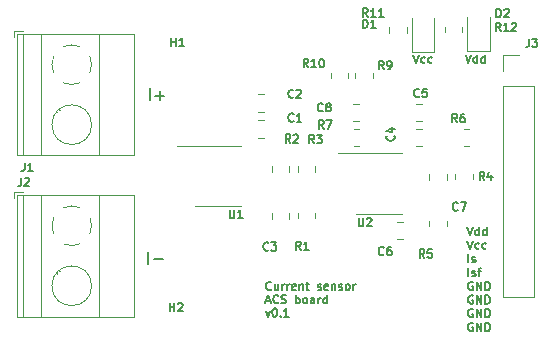
<source format=gto>
G04 #@! TF.GenerationSoftware,KiCad,Pcbnew,(6.0.6)*
G04 #@! TF.CreationDate,2023-11-23T12:30:35+01:00*
G04 #@! TF.ProjectId,current-sensor-acs712,63757272-656e-4742-9d73-656e736f722d,rev?*
G04 #@! TF.SameCoordinates,Original*
G04 #@! TF.FileFunction,Legend,Top*
G04 #@! TF.FilePolarity,Positive*
%FSLAX46Y46*%
G04 Gerber Fmt 4.6, Leading zero omitted, Abs format (unit mm)*
G04 Created by KiCad (PCBNEW (6.0.6)) date 2023-11-23 12:30:35*
%MOMM*%
%LPD*%
G01*
G04 APERTURE LIST*
%ADD10C,0.150000*%
%ADD11C,0.120000*%
%ADD12R,2.600000X2.600000*%
%ADD13C,2.600000*%
%ADD14R,1.700000X1.700000*%
%ADD15O,1.700000X1.700000*%
%ADD16C,3.200000*%
G04 APERTURE END LIST*
D10*
X94084166Y-65763000D02*
X94050833Y-65796333D01*
X93950833Y-65829666D01*
X93884166Y-65829666D01*
X93784166Y-65796333D01*
X93717500Y-65729666D01*
X93684166Y-65663000D01*
X93650833Y-65529666D01*
X93650833Y-65429666D01*
X93684166Y-65296333D01*
X93717500Y-65229666D01*
X93784166Y-65163000D01*
X93884166Y-65129666D01*
X93950833Y-65129666D01*
X94050833Y-65163000D01*
X94084166Y-65196333D01*
X94684166Y-65363000D02*
X94684166Y-65829666D01*
X94384166Y-65363000D02*
X94384166Y-65729666D01*
X94417500Y-65796333D01*
X94484166Y-65829666D01*
X94584166Y-65829666D01*
X94650833Y-65796333D01*
X94684166Y-65763000D01*
X95017500Y-65829666D02*
X95017500Y-65363000D01*
X95017500Y-65496333D02*
X95050833Y-65429666D01*
X95084166Y-65396333D01*
X95150833Y-65363000D01*
X95217500Y-65363000D01*
X95450833Y-65829666D02*
X95450833Y-65363000D01*
X95450833Y-65496333D02*
X95484166Y-65429666D01*
X95517500Y-65396333D01*
X95584166Y-65363000D01*
X95650833Y-65363000D01*
X96150833Y-65796333D02*
X96084166Y-65829666D01*
X95950833Y-65829666D01*
X95884166Y-65796333D01*
X95850833Y-65729666D01*
X95850833Y-65463000D01*
X95884166Y-65396333D01*
X95950833Y-65363000D01*
X96084166Y-65363000D01*
X96150833Y-65396333D01*
X96184166Y-65463000D01*
X96184166Y-65529666D01*
X95850833Y-65596333D01*
X96484166Y-65363000D02*
X96484166Y-65829666D01*
X96484166Y-65429666D02*
X96517500Y-65396333D01*
X96584166Y-65363000D01*
X96684166Y-65363000D01*
X96750833Y-65396333D01*
X96784166Y-65463000D01*
X96784166Y-65829666D01*
X97017500Y-65363000D02*
X97284166Y-65363000D01*
X97117500Y-65129666D02*
X97117500Y-65729666D01*
X97150833Y-65796333D01*
X97217500Y-65829666D01*
X97284166Y-65829666D01*
X98017500Y-65796333D02*
X98084166Y-65829666D01*
X98217500Y-65829666D01*
X98284166Y-65796333D01*
X98317500Y-65729666D01*
X98317500Y-65696333D01*
X98284166Y-65629666D01*
X98217500Y-65596333D01*
X98117500Y-65596333D01*
X98050833Y-65563000D01*
X98017500Y-65496333D01*
X98017500Y-65463000D01*
X98050833Y-65396333D01*
X98117500Y-65363000D01*
X98217500Y-65363000D01*
X98284166Y-65396333D01*
X98884166Y-65796333D02*
X98817500Y-65829666D01*
X98684166Y-65829666D01*
X98617500Y-65796333D01*
X98584166Y-65729666D01*
X98584166Y-65463000D01*
X98617500Y-65396333D01*
X98684166Y-65363000D01*
X98817500Y-65363000D01*
X98884166Y-65396333D01*
X98917500Y-65463000D01*
X98917500Y-65529666D01*
X98584166Y-65596333D01*
X99217500Y-65363000D02*
X99217500Y-65829666D01*
X99217500Y-65429666D02*
X99250833Y-65396333D01*
X99317500Y-65363000D01*
X99417500Y-65363000D01*
X99484166Y-65396333D01*
X99517500Y-65463000D01*
X99517500Y-65829666D01*
X99817500Y-65796333D02*
X99884166Y-65829666D01*
X100017500Y-65829666D01*
X100084166Y-65796333D01*
X100117500Y-65729666D01*
X100117500Y-65696333D01*
X100084166Y-65629666D01*
X100017500Y-65596333D01*
X99917500Y-65596333D01*
X99850833Y-65563000D01*
X99817500Y-65496333D01*
X99817500Y-65463000D01*
X99850833Y-65396333D01*
X99917500Y-65363000D01*
X100017500Y-65363000D01*
X100084166Y-65396333D01*
X100517500Y-65829666D02*
X100450833Y-65796333D01*
X100417500Y-65763000D01*
X100384166Y-65696333D01*
X100384166Y-65496333D01*
X100417500Y-65429666D01*
X100450833Y-65396333D01*
X100517500Y-65363000D01*
X100617500Y-65363000D01*
X100684166Y-65396333D01*
X100717500Y-65429666D01*
X100750833Y-65496333D01*
X100750833Y-65696333D01*
X100717500Y-65763000D01*
X100684166Y-65796333D01*
X100617500Y-65829666D01*
X100517500Y-65829666D01*
X101050833Y-65829666D02*
X101050833Y-65363000D01*
X101050833Y-65496333D02*
X101084166Y-65429666D01*
X101117500Y-65396333D01*
X101184166Y-65363000D01*
X101250833Y-65363000D01*
X93650833Y-66756666D02*
X93984166Y-66756666D01*
X93584166Y-66956666D02*
X93817500Y-66256666D01*
X94050833Y-66956666D01*
X94684166Y-66890000D02*
X94650833Y-66923333D01*
X94550833Y-66956666D01*
X94484166Y-66956666D01*
X94384166Y-66923333D01*
X94317500Y-66856666D01*
X94284166Y-66790000D01*
X94250833Y-66656666D01*
X94250833Y-66556666D01*
X94284166Y-66423333D01*
X94317500Y-66356666D01*
X94384166Y-66290000D01*
X94484166Y-66256666D01*
X94550833Y-66256666D01*
X94650833Y-66290000D01*
X94684166Y-66323333D01*
X94950833Y-66923333D02*
X95050833Y-66956666D01*
X95217500Y-66956666D01*
X95284166Y-66923333D01*
X95317500Y-66890000D01*
X95350833Y-66823333D01*
X95350833Y-66756666D01*
X95317500Y-66690000D01*
X95284166Y-66656666D01*
X95217500Y-66623333D01*
X95084166Y-66590000D01*
X95017500Y-66556666D01*
X94984166Y-66523333D01*
X94950833Y-66456666D01*
X94950833Y-66390000D01*
X94984166Y-66323333D01*
X95017500Y-66290000D01*
X95084166Y-66256666D01*
X95250833Y-66256666D01*
X95350833Y-66290000D01*
X96184166Y-66956666D02*
X96184166Y-66256666D01*
X96184166Y-66523333D02*
X96250833Y-66490000D01*
X96384166Y-66490000D01*
X96450833Y-66523333D01*
X96484166Y-66556666D01*
X96517500Y-66623333D01*
X96517500Y-66823333D01*
X96484166Y-66890000D01*
X96450833Y-66923333D01*
X96384166Y-66956666D01*
X96250833Y-66956666D01*
X96184166Y-66923333D01*
X96917500Y-66956666D02*
X96850833Y-66923333D01*
X96817500Y-66890000D01*
X96784166Y-66823333D01*
X96784166Y-66623333D01*
X96817500Y-66556666D01*
X96850833Y-66523333D01*
X96917500Y-66490000D01*
X97017500Y-66490000D01*
X97084166Y-66523333D01*
X97117500Y-66556666D01*
X97150833Y-66623333D01*
X97150833Y-66823333D01*
X97117500Y-66890000D01*
X97084166Y-66923333D01*
X97017500Y-66956666D01*
X96917500Y-66956666D01*
X97750833Y-66956666D02*
X97750833Y-66590000D01*
X97717500Y-66523333D01*
X97650833Y-66490000D01*
X97517500Y-66490000D01*
X97450833Y-66523333D01*
X97750833Y-66923333D02*
X97684166Y-66956666D01*
X97517500Y-66956666D01*
X97450833Y-66923333D01*
X97417500Y-66856666D01*
X97417500Y-66790000D01*
X97450833Y-66723333D01*
X97517500Y-66690000D01*
X97684166Y-66690000D01*
X97750833Y-66656666D01*
X98084166Y-66956666D02*
X98084166Y-66490000D01*
X98084166Y-66623333D02*
X98117500Y-66556666D01*
X98150833Y-66523333D01*
X98217500Y-66490000D01*
X98284166Y-66490000D01*
X98817500Y-66956666D02*
X98817500Y-66256666D01*
X98817500Y-66923333D02*
X98750833Y-66956666D01*
X98617500Y-66956666D01*
X98550833Y-66923333D01*
X98517500Y-66890000D01*
X98484166Y-66823333D01*
X98484166Y-66623333D01*
X98517500Y-66556666D01*
X98550833Y-66523333D01*
X98617500Y-66490000D01*
X98750833Y-66490000D01*
X98817500Y-66523333D01*
X93617500Y-67617000D02*
X93784166Y-68083666D01*
X93950833Y-67617000D01*
X94350833Y-67383666D02*
X94417500Y-67383666D01*
X94484166Y-67417000D01*
X94517500Y-67450333D01*
X94550833Y-67517000D01*
X94584166Y-67650333D01*
X94584166Y-67817000D01*
X94550833Y-67950333D01*
X94517500Y-68017000D01*
X94484166Y-68050333D01*
X94417500Y-68083666D01*
X94350833Y-68083666D01*
X94284166Y-68050333D01*
X94250833Y-68017000D01*
X94217500Y-67950333D01*
X94184166Y-67817000D01*
X94184166Y-67650333D01*
X94217500Y-67517000D01*
X94250833Y-67450333D01*
X94284166Y-67417000D01*
X94350833Y-67383666D01*
X94884166Y-68017000D02*
X94917500Y-68050333D01*
X94884166Y-68083666D01*
X94850833Y-68050333D01*
X94884166Y-68017000D01*
X94884166Y-68083666D01*
X95584166Y-68083666D02*
X95184166Y-68083666D01*
X95384166Y-68083666D02*
X95384166Y-67383666D01*
X95317500Y-67483666D01*
X95250833Y-67550333D01*
X95184166Y-67583666D01*
X106106666Y-45906666D02*
X106340000Y-46606666D01*
X106573333Y-45906666D01*
X107106666Y-46573333D02*
X107040000Y-46606666D01*
X106906666Y-46606666D01*
X106840000Y-46573333D01*
X106806666Y-46540000D01*
X106773333Y-46473333D01*
X106773333Y-46273333D01*
X106806666Y-46206666D01*
X106840000Y-46173333D01*
X106906666Y-46140000D01*
X107040000Y-46140000D01*
X107106666Y-46173333D01*
X107706666Y-46573333D02*
X107640000Y-46606666D01*
X107506666Y-46606666D01*
X107440000Y-46573333D01*
X107406666Y-46540000D01*
X107373333Y-46473333D01*
X107373333Y-46273333D01*
X107406666Y-46206666D01*
X107440000Y-46173333D01*
X107506666Y-46140000D01*
X107640000Y-46140000D01*
X107706666Y-46173333D01*
X110543333Y-45896666D02*
X110776666Y-46596666D01*
X111010000Y-45896666D01*
X111543333Y-46596666D02*
X111543333Y-45896666D01*
X111543333Y-46563333D02*
X111476666Y-46596666D01*
X111343333Y-46596666D01*
X111276666Y-46563333D01*
X111243333Y-46530000D01*
X111210000Y-46463333D01*
X111210000Y-46263333D01*
X111243333Y-46196666D01*
X111276666Y-46163333D01*
X111343333Y-46130000D01*
X111476666Y-46130000D01*
X111543333Y-46163333D01*
X112176666Y-46596666D02*
X112176666Y-45896666D01*
X112176666Y-46563333D02*
X112110000Y-46596666D01*
X111976666Y-46596666D01*
X111910000Y-46563333D01*
X111876666Y-46530000D01*
X111843333Y-46463333D01*
X111843333Y-46263333D01*
X111876666Y-46196666D01*
X111910000Y-46163333D01*
X111976666Y-46130000D01*
X112110000Y-46130000D01*
X112176666Y-46163333D01*
X83670952Y-63602380D02*
X83670952Y-62602380D01*
X84147142Y-63221428D02*
X84909047Y-63221428D01*
X83790952Y-49772380D02*
X83790952Y-48772380D01*
X84267142Y-49391428D02*
X85029047Y-49391428D01*
X84648095Y-49772380D02*
X84648095Y-49010476D01*
X111159999Y-68640000D02*
X111093333Y-68606666D01*
X110993333Y-68606666D01*
X110893333Y-68640000D01*
X110826666Y-68706666D01*
X110793333Y-68773333D01*
X110759999Y-68906666D01*
X110759999Y-69006666D01*
X110793333Y-69140000D01*
X110826666Y-69206666D01*
X110893333Y-69273333D01*
X110993333Y-69306666D01*
X111059999Y-69306666D01*
X111159999Y-69273333D01*
X111193333Y-69240000D01*
X111193333Y-69006666D01*
X111059999Y-69006666D01*
X111493333Y-69306666D02*
X111493333Y-68606666D01*
X111893333Y-69306666D01*
X111893333Y-68606666D01*
X112226666Y-69306666D02*
X112226666Y-68606666D01*
X112393333Y-68606666D01*
X112493333Y-68640000D01*
X112559999Y-68706666D01*
X112593333Y-68773333D01*
X112626666Y-68906666D01*
X112626666Y-69006666D01*
X112593333Y-69140000D01*
X112559999Y-69206666D01*
X112493333Y-69273333D01*
X112393333Y-69306666D01*
X112226666Y-69306666D01*
X111159999Y-67480000D02*
X111093333Y-67446666D01*
X110993333Y-67446666D01*
X110893333Y-67480000D01*
X110826666Y-67546666D01*
X110793333Y-67613333D01*
X110759999Y-67746666D01*
X110759999Y-67846666D01*
X110793333Y-67980000D01*
X110826666Y-68046666D01*
X110893333Y-68113333D01*
X110993333Y-68146666D01*
X111059999Y-68146666D01*
X111159999Y-68113333D01*
X111193333Y-68080000D01*
X111193333Y-67846666D01*
X111059999Y-67846666D01*
X111493333Y-68146666D02*
X111493333Y-67446666D01*
X111893333Y-68146666D01*
X111893333Y-67446666D01*
X112226666Y-68146666D02*
X112226666Y-67446666D01*
X112393333Y-67446666D01*
X112493333Y-67480000D01*
X112559999Y-67546666D01*
X112593333Y-67613333D01*
X112626666Y-67746666D01*
X112626666Y-67846666D01*
X112593333Y-67980000D01*
X112559999Y-68046666D01*
X112493333Y-68113333D01*
X112393333Y-68146666D01*
X112226666Y-68146666D01*
X111159999Y-66320000D02*
X111093333Y-66286666D01*
X110993333Y-66286666D01*
X110893333Y-66320000D01*
X110826666Y-66386666D01*
X110793333Y-66453333D01*
X110759999Y-66586666D01*
X110759999Y-66686666D01*
X110793333Y-66820000D01*
X110826666Y-66886666D01*
X110893333Y-66953333D01*
X110993333Y-66986666D01*
X111059999Y-66986666D01*
X111159999Y-66953333D01*
X111193333Y-66920000D01*
X111193333Y-66686666D01*
X111059999Y-66686666D01*
X111493333Y-66986666D02*
X111493333Y-66286666D01*
X111893333Y-66986666D01*
X111893333Y-66286666D01*
X112226666Y-66986666D02*
X112226666Y-66286666D01*
X112393333Y-66286666D01*
X112493333Y-66320000D01*
X112559999Y-66386666D01*
X112593333Y-66453333D01*
X112626666Y-66586666D01*
X112626666Y-66686666D01*
X112593333Y-66820000D01*
X112559999Y-66886666D01*
X112493333Y-66953333D01*
X112393333Y-66986666D01*
X112226666Y-66986666D01*
X111159999Y-65160000D02*
X111093333Y-65126666D01*
X110993333Y-65126666D01*
X110893333Y-65160000D01*
X110826666Y-65226666D01*
X110793333Y-65293333D01*
X110759999Y-65426666D01*
X110759999Y-65526666D01*
X110793333Y-65660000D01*
X110826666Y-65726666D01*
X110893333Y-65793333D01*
X110993333Y-65826666D01*
X111059999Y-65826666D01*
X111159999Y-65793333D01*
X111193333Y-65760000D01*
X111193333Y-65526666D01*
X111059999Y-65526666D01*
X111493333Y-65826666D02*
X111493333Y-65126666D01*
X111893333Y-65826666D01*
X111893333Y-65126666D01*
X112226666Y-65826666D02*
X112226666Y-65126666D01*
X112393333Y-65126666D01*
X112493333Y-65160000D01*
X112559999Y-65226666D01*
X112593333Y-65293333D01*
X112626666Y-65426666D01*
X112626666Y-65526666D01*
X112593333Y-65660000D01*
X112559999Y-65726666D01*
X112493333Y-65793333D01*
X112393333Y-65826666D01*
X112226666Y-65826666D01*
X110793333Y-64666666D02*
X110793333Y-63966666D01*
X111093333Y-64633333D02*
X111160000Y-64666666D01*
X111293333Y-64666666D01*
X111360000Y-64633333D01*
X111393333Y-64566666D01*
X111393333Y-64533333D01*
X111360000Y-64466666D01*
X111293333Y-64433333D01*
X111193333Y-64433333D01*
X111126667Y-64400000D01*
X111093333Y-64333333D01*
X111093333Y-64300000D01*
X111126667Y-64233333D01*
X111193333Y-64200000D01*
X111293333Y-64200000D01*
X111360000Y-64233333D01*
X111593333Y-64200000D02*
X111860000Y-64200000D01*
X111693333Y-64666666D02*
X111693333Y-64066666D01*
X111726667Y-64000000D01*
X111793333Y-63966666D01*
X111860000Y-63966666D01*
X110793333Y-63506666D02*
X110793333Y-62806666D01*
X111093333Y-63473333D02*
X111160000Y-63506666D01*
X111293333Y-63506666D01*
X111360000Y-63473333D01*
X111393333Y-63406666D01*
X111393333Y-63373333D01*
X111360000Y-63306666D01*
X111293333Y-63273333D01*
X111193333Y-63273333D01*
X111126667Y-63240000D01*
X111093333Y-63173333D01*
X111093333Y-63140000D01*
X111126667Y-63073333D01*
X111193333Y-63040000D01*
X111293333Y-63040000D01*
X111360000Y-63073333D01*
X110693333Y-61646666D02*
X110926667Y-62346666D01*
X111160000Y-61646666D01*
X111693333Y-62313333D02*
X111626667Y-62346666D01*
X111493333Y-62346666D01*
X111426667Y-62313333D01*
X111393333Y-62280000D01*
X111360000Y-62213333D01*
X111360000Y-62013333D01*
X111393333Y-61946666D01*
X111426667Y-61913333D01*
X111493333Y-61880000D01*
X111626667Y-61880000D01*
X111693333Y-61913333D01*
X112293333Y-62313333D02*
X112226667Y-62346666D01*
X112093333Y-62346666D01*
X112026667Y-62313333D01*
X111993333Y-62280000D01*
X111960000Y-62213333D01*
X111960000Y-62013333D01*
X111993333Y-61946666D01*
X112026667Y-61913333D01*
X112093333Y-61880000D01*
X112226667Y-61880000D01*
X112293333Y-61913333D01*
X110693333Y-60486666D02*
X110926666Y-61186666D01*
X111160000Y-60486666D01*
X111693333Y-61186666D02*
X111693333Y-60486666D01*
X111693333Y-61153333D02*
X111626666Y-61186666D01*
X111493333Y-61186666D01*
X111426666Y-61153333D01*
X111393333Y-61120000D01*
X111360000Y-61053333D01*
X111360000Y-60853333D01*
X111393333Y-60786666D01*
X111426666Y-60753333D01*
X111493333Y-60720000D01*
X111626666Y-60720000D01*
X111693333Y-60753333D01*
X112326666Y-61186666D02*
X112326666Y-60486666D01*
X112326666Y-61153333D02*
X112260000Y-61186666D01*
X112126666Y-61186666D01*
X112060000Y-61153333D01*
X112026666Y-61120000D01*
X111993333Y-61053333D01*
X111993333Y-60853333D01*
X112026666Y-60786666D01*
X112060000Y-60753333D01*
X112126666Y-60720000D01*
X112260000Y-60720000D01*
X112326666Y-60753333D01*
X107053333Y-63096666D02*
X106820000Y-62763333D01*
X106653333Y-63096666D02*
X106653333Y-62396666D01*
X106920000Y-62396666D01*
X106986666Y-62430000D01*
X107020000Y-62463333D01*
X107053333Y-62530000D01*
X107053333Y-62630000D01*
X107020000Y-62696666D01*
X106986666Y-62730000D01*
X106920000Y-62763333D01*
X106653333Y-62763333D01*
X107686666Y-62396666D02*
X107353333Y-62396666D01*
X107320000Y-62730000D01*
X107353333Y-62696666D01*
X107420000Y-62663333D01*
X107586666Y-62663333D01*
X107653333Y-62696666D01*
X107686666Y-62730000D01*
X107720000Y-62796666D01*
X107720000Y-62963333D01*
X107686666Y-63030000D01*
X107653333Y-63063333D01*
X107586666Y-63096666D01*
X107420000Y-63096666D01*
X107353333Y-63063333D01*
X107320000Y-63030000D01*
X95708333Y-53366666D02*
X95475000Y-53033333D01*
X95308333Y-53366666D02*
X95308333Y-52666666D01*
X95575000Y-52666666D01*
X95641666Y-52700000D01*
X95675000Y-52733333D01*
X95708333Y-52800000D01*
X95708333Y-52900000D01*
X95675000Y-52966666D01*
X95641666Y-53000000D01*
X95575000Y-53033333D01*
X95308333Y-53033333D01*
X95975000Y-52733333D02*
X96008333Y-52700000D01*
X96075000Y-52666666D01*
X96241666Y-52666666D01*
X96308333Y-52700000D01*
X96341666Y-52733333D01*
X96375000Y-52800000D01*
X96375000Y-52866666D01*
X96341666Y-52966666D01*
X95941666Y-53366666D01*
X96375000Y-53366666D01*
X103608333Y-62825000D02*
X103575000Y-62858333D01*
X103475000Y-62891666D01*
X103408333Y-62891666D01*
X103308333Y-62858333D01*
X103241666Y-62791666D01*
X103208333Y-62725000D01*
X103175000Y-62591666D01*
X103175000Y-62491666D01*
X103208333Y-62358333D01*
X103241666Y-62291666D01*
X103308333Y-62225000D01*
X103408333Y-62191666D01*
X103475000Y-62191666D01*
X103575000Y-62225000D01*
X103608333Y-62258333D01*
X104208333Y-62191666D02*
X104075000Y-62191666D01*
X104008333Y-62225000D01*
X103975000Y-62258333D01*
X103908333Y-62358333D01*
X103875000Y-62491666D01*
X103875000Y-62758333D01*
X103908333Y-62825000D01*
X103941666Y-62858333D01*
X104008333Y-62891666D01*
X104141666Y-62891666D01*
X104208333Y-62858333D01*
X104241666Y-62825000D01*
X104275000Y-62758333D01*
X104275000Y-62591666D01*
X104241666Y-62525000D01*
X104208333Y-62491666D01*
X104141666Y-62458333D01*
X104008333Y-62458333D01*
X103941666Y-62491666D01*
X103908333Y-62525000D01*
X103875000Y-62591666D01*
X72916666Y-56326666D02*
X72916666Y-56826666D01*
X72883333Y-56926666D01*
X72816666Y-56993333D01*
X72716666Y-57026666D01*
X72650000Y-57026666D01*
X73216666Y-56393333D02*
X73250000Y-56360000D01*
X73316666Y-56326666D01*
X73483333Y-56326666D01*
X73550000Y-56360000D01*
X73583333Y-56393333D01*
X73616666Y-56460000D01*
X73616666Y-56526666D01*
X73583333Y-56626666D01*
X73183333Y-57026666D01*
X73616666Y-57026666D01*
X90566666Y-59066666D02*
X90566666Y-59633333D01*
X90600000Y-59700000D01*
X90633333Y-59733333D01*
X90700000Y-59766666D01*
X90833333Y-59766666D01*
X90900000Y-59733333D01*
X90933333Y-59700000D01*
X90966666Y-59633333D01*
X90966666Y-59066666D01*
X91666666Y-59766666D02*
X91266666Y-59766666D01*
X91466666Y-59766666D02*
X91466666Y-59066666D01*
X91400000Y-59166666D01*
X91333333Y-59233333D01*
X91266666Y-59266666D01*
X113520000Y-43906666D02*
X113286666Y-43573333D01*
X113120000Y-43906666D02*
X113120000Y-43206666D01*
X113386666Y-43206666D01*
X113453333Y-43240000D01*
X113486666Y-43273333D01*
X113520000Y-43340000D01*
X113520000Y-43440000D01*
X113486666Y-43506666D01*
X113453333Y-43540000D01*
X113386666Y-43573333D01*
X113120000Y-43573333D01*
X114186666Y-43906666D02*
X113786666Y-43906666D01*
X113986666Y-43906666D02*
X113986666Y-43206666D01*
X113920000Y-43306666D01*
X113853333Y-43373333D01*
X113786666Y-43406666D01*
X114453333Y-43273333D02*
X114486666Y-43240000D01*
X114553333Y-43206666D01*
X114720000Y-43206666D01*
X114786666Y-43240000D01*
X114820000Y-43273333D01*
X114853333Y-43340000D01*
X114853333Y-43406666D01*
X114820000Y-43506666D01*
X114420000Y-43906666D01*
X114853333Y-43906666D01*
X106608333Y-49425000D02*
X106575000Y-49458333D01*
X106475000Y-49491666D01*
X106408333Y-49491666D01*
X106308333Y-49458333D01*
X106241666Y-49391666D01*
X106208333Y-49325000D01*
X106175000Y-49191666D01*
X106175000Y-49091666D01*
X106208333Y-48958333D01*
X106241666Y-48891666D01*
X106308333Y-48825000D01*
X106408333Y-48791666D01*
X106475000Y-48791666D01*
X106575000Y-48825000D01*
X106608333Y-48858333D01*
X107241666Y-48791666D02*
X106908333Y-48791666D01*
X106875000Y-49125000D01*
X106908333Y-49091666D01*
X106975000Y-49058333D01*
X107141666Y-49058333D01*
X107208333Y-49091666D01*
X107241666Y-49125000D01*
X107275000Y-49191666D01*
X107275000Y-49358333D01*
X107241666Y-49425000D01*
X107208333Y-49458333D01*
X107141666Y-49491666D01*
X106975000Y-49491666D01*
X106908333Y-49458333D01*
X106875000Y-49425000D01*
X96583333Y-62441666D02*
X96350000Y-62108333D01*
X96183333Y-62441666D02*
X96183333Y-61741666D01*
X96450000Y-61741666D01*
X96516666Y-61775000D01*
X96550000Y-61808333D01*
X96583333Y-61875000D01*
X96583333Y-61975000D01*
X96550000Y-62041666D01*
X96516666Y-62075000D01*
X96450000Y-62108333D01*
X96183333Y-62108333D01*
X97250000Y-62441666D02*
X96850000Y-62441666D01*
X97050000Y-62441666D02*
X97050000Y-61741666D01*
X96983333Y-61841666D01*
X96916666Y-61908333D01*
X96850000Y-61941666D01*
X97708333Y-53416666D02*
X97475000Y-53083333D01*
X97308333Y-53416666D02*
X97308333Y-52716666D01*
X97575000Y-52716666D01*
X97641666Y-52750000D01*
X97675000Y-52783333D01*
X97708333Y-52850000D01*
X97708333Y-52950000D01*
X97675000Y-53016666D01*
X97641666Y-53050000D01*
X97575000Y-53083333D01*
X97308333Y-53083333D01*
X97941666Y-52716666D02*
X98375000Y-52716666D01*
X98141666Y-52983333D01*
X98241666Y-52983333D01*
X98308333Y-53016666D01*
X98341666Y-53050000D01*
X98375000Y-53116666D01*
X98375000Y-53283333D01*
X98341666Y-53350000D01*
X98308333Y-53383333D01*
X98241666Y-53416666D01*
X98041666Y-53416666D01*
X97975000Y-53383333D01*
X97941666Y-53350000D01*
X109893333Y-59040000D02*
X109860000Y-59073333D01*
X109760000Y-59106666D01*
X109693333Y-59106666D01*
X109593333Y-59073333D01*
X109526666Y-59006666D01*
X109493333Y-58940000D01*
X109460000Y-58806666D01*
X109460000Y-58706666D01*
X109493333Y-58573333D01*
X109526666Y-58506666D01*
X109593333Y-58440000D01*
X109693333Y-58406666D01*
X109760000Y-58406666D01*
X109860000Y-58440000D01*
X109893333Y-58473333D01*
X110126666Y-58406666D02*
X110593333Y-58406666D01*
X110293333Y-59106666D01*
X102275000Y-42691666D02*
X102041666Y-42358333D01*
X101875000Y-42691666D02*
X101875000Y-41991666D01*
X102141666Y-41991666D01*
X102208333Y-42025000D01*
X102241666Y-42058333D01*
X102275000Y-42125000D01*
X102275000Y-42225000D01*
X102241666Y-42291666D01*
X102208333Y-42325000D01*
X102141666Y-42358333D01*
X101875000Y-42358333D01*
X102941666Y-42691666D02*
X102541666Y-42691666D01*
X102741666Y-42691666D02*
X102741666Y-41991666D01*
X102675000Y-42091666D01*
X102608333Y-42158333D01*
X102541666Y-42191666D01*
X103608333Y-42691666D02*
X103208333Y-42691666D01*
X103408333Y-42691666D02*
X103408333Y-41991666D01*
X103341666Y-42091666D01*
X103275000Y-42158333D01*
X103208333Y-42191666D01*
X115926666Y-44546666D02*
X115926666Y-45046666D01*
X115893333Y-45146666D01*
X115826666Y-45213333D01*
X115726666Y-45246666D01*
X115660000Y-45246666D01*
X116193333Y-44546666D02*
X116626666Y-44546666D01*
X116393333Y-44813333D01*
X116493333Y-44813333D01*
X116560000Y-44846666D01*
X116593333Y-44880000D01*
X116626666Y-44946666D01*
X116626666Y-45113333D01*
X116593333Y-45180000D01*
X116560000Y-45213333D01*
X116493333Y-45246666D01*
X116293333Y-45246666D01*
X116226666Y-45213333D01*
X116193333Y-45180000D01*
X73206666Y-55076666D02*
X73206666Y-55576666D01*
X73173333Y-55676666D01*
X73106666Y-55743333D01*
X73006666Y-55776666D01*
X72940000Y-55776666D01*
X73906666Y-55776666D02*
X73506666Y-55776666D01*
X73706666Y-55776666D02*
X73706666Y-55076666D01*
X73640000Y-55176666D01*
X73573333Y-55243333D01*
X73506666Y-55276666D01*
X112133333Y-56541666D02*
X111900000Y-56208333D01*
X111733333Y-56541666D02*
X111733333Y-55841666D01*
X112000000Y-55841666D01*
X112066666Y-55875000D01*
X112100000Y-55908333D01*
X112133333Y-55975000D01*
X112133333Y-56075000D01*
X112100000Y-56141666D01*
X112066666Y-56175000D01*
X112000000Y-56208333D01*
X111733333Y-56208333D01*
X112733333Y-56075000D02*
X112733333Y-56541666D01*
X112566666Y-55808333D02*
X112400000Y-56308333D01*
X112833333Y-56308333D01*
X98458333Y-50650000D02*
X98425000Y-50683333D01*
X98325000Y-50716666D01*
X98258333Y-50716666D01*
X98158333Y-50683333D01*
X98091666Y-50616666D01*
X98058333Y-50550000D01*
X98025000Y-50416666D01*
X98025000Y-50316666D01*
X98058333Y-50183333D01*
X98091666Y-50116666D01*
X98158333Y-50050000D01*
X98258333Y-50016666D01*
X98325000Y-50016666D01*
X98425000Y-50050000D01*
X98458333Y-50083333D01*
X98858333Y-50316666D02*
X98791666Y-50283333D01*
X98758333Y-50250000D01*
X98725000Y-50183333D01*
X98725000Y-50150000D01*
X98758333Y-50083333D01*
X98791666Y-50050000D01*
X98858333Y-50016666D01*
X98991666Y-50016666D01*
X99058333Y-50050000D01*
X99091666Y-50083333D01*
X99125000Y-50150000D01*
X99125000Y-50183333D01*
X99091666Y-50250000D01*
X99058333Y-50283333D01*
X98991666Y-50316666D01*
X98858333Y-50316666D01*
X98791666Y-50350000D01*
X98758333Y-50383333D01*
X98725000Y-50450000D01*
X98725000Y-50583333D01*
X98758333Y-50650000D01*
X98791666Y-50683333D01*
X98858333Y-50716666D01*
X98991666Y-50716666D01*
X99058333Y-50683333D01*
X99091666Y-50650000D01*
X99125000Y-50583333D01*
X99125000Y-50450000D01*
X99091666Y-50383333D01*
X99058333Y-50350000D01*
X98991666Y-50316666D01*
X85616666Y-45191666D02*
X85616666Y-44491666D01*
X85616666Y-44825000D02*
X86016666Y-44825000D01*
X86016666Y-45191666D02*
X86016666Y-44491666D01*
X86716666Y-45191666D02*
X86316666Y-45191666D01*
X86516666Y-45191666D02*
X86516666Y-44491666D01*
X86450000Y-44591666D01*
X86383333Y-44658333D01*
X86316666Y-44691666D01*
X109833333Y-51641666D02*
X109600000Y-51308333D01*
X109433333Y-51641666D02*
X109433333Y-50941666D01*
X109700000Y-50941666D01*
X109766666Y-50975000D01*
X109800000Y-51008333D01*
X109833333Y-51075000D01*
X109833333Y-51175000D01*
X109800000Y-51241666D01*
X109766666Y-51275000D01*
X109700000Y-51308333D01*
X109433333Y-51308333D01*
X110433333Y-50941666D02*
X110300000Y-50941666D01*
X110233333Y-50975000D01*
X110200000Y-51008333D01*
X110133333Y-51108333D01*
X110100000Y-51241666D01*
X110100000Y-51508333D01*
X110133333Y-51575000D01*
X110166666Y-51608333D01*
X110233333Y-51641666D01*
X110366666Y-51641666D01*
X110433333Y-51608333D01*
X110466666Y-51575000D01*
X110500000Y-51508333D01*
X110500000Y-51341666D01*
X110466666Y-51275000D01*
X110433333Y-51241666D01*
X110366666Y-51208333D01*
X110233333Y-51208333D01*
X110166666Y-51241666D01*
X110133333Y-51275000D01*
X110100000Y-51341666D01*
X103608333Y-47141666D02*
X103375000Y-46808333D01*
X103208333Y-47141666D02*
X103208333Y-46441666D01*
X103475000Y-46441666D01*
X103541666Y-46475000D01*
X103575000Y-46508333D01*
X103608333Y-46575000D01*
X103608333Y-46675000D01*
X103575000Y-46741666D01*
X103541666Y-46775000D01*
X103475000Y-46808333D01*
X103208333Y-46808333D01*
X103941666Y-47141666D02*
X104075000Y-47141666D01*
X104141666Y-47108333D01*
X104175000Y-47075000D01*
X104241666Y-46975000D01*
X104275000Y-46841666D01*
X104275000Y-46575000D01*
X104241666Y-46508333D01*
X104208333Y-46475000D01*
X104141666Y-46441666D01*
X104008333Y-46441666D01*
X103941666Y-46475000D01*
X103908333Y-46508333D01*
X103875000Y-46575000D01*
X103875000Y-46741666D01*
X103908333Y-46808333D01*
X103941666Y-46841666D01*
X104008333Y-46875000D01*
X104141666Y-46875000D01*
X104208333Y-46841666D01*
X104241666Y-46808333D01*
X104275000Y-46741666D01*
X95983333Y-51525000D02*
X95950000Y-51558333D01*
X95850000Y-51591666D01*
X95783333Y-51591666D01*
X95683333Y-51558333D01*
X95616666Y-51491666D01*
X95583333Y-51425000D01*
X95550000Y-51291666D01*
X95550000Y-51191666D01*
X95583333Y-51058333D01*
X95616666Y-50991666D01*
X95683333Y-50925000D01*
X95783333Y-50891666D01*
X95850000Y-50891666D01*
X95950000Y-50925000D01*
X95983333Y-50958333D01*
X96650000Y-51591666D02*
X96250000Y-51591666D01*
X96450000Y-51591666D02*
X96450000Y-50891666D01*
X96383333Y-50991666D01*
X96316666Y-51058333D01*
X96250000Y-51091666D01*
X101858333Y-43641666D02*
X101858333Y-42941666D01*
X102025000Y-42941666D01*
X102125000Y-42975000D01*
X102191666Y-43041666D01*
X102225000Y-43108333D01*
X102258333Y-43241666D01*
X102258333Y-43341666D01*
X102225000Y-43475000D01*
X102191666Y-43541666D01*
X102125000Y-43608333D01*
X102025000Y-43641666D01*
X101858333Y-43641666D01*
X102925000Y-43641666D02*
X102525000Y-43641666D01*
X102725000Y-43641666D02*
X102725000Y-42941666D01*
X102658333Y-43041666D01*
X102591666Y-43108333D01*
X102525000Y-43141666D01*
X93858333Y-62425000D02*
X93825000Y-62458333D01*
X93725000Y-62491666D01*
X93658333Y-62491666D01*
X93558333Y-62458333D01*
X93491666Y-62391666D01*
X93458333Y-62325000D01*
X93425000Y-62191666D01*
X93425000Y-62091666D01*
X93458333Y-61958333D01*
X93491666Y-61891666D01*
X93558333Y-61825000D01*
X93658333Y-61791666D01*
X93725000Y-61791666D01*
X93825000Y-61825000D01*
X93858333Y-61858333D01*
X94091666Y-61791666D02*
X94525000Y-61791666D01*
X94291666Y-62058333D01*
X94391666Y-62058333D01*
X94458333Y-62091666D01*
X94491666Y-62125000D01*
X94525000Y-62191666D01*
X94525000Y-62358333D01*
X94491666Y-62425000D01*
X94458333Y-62458333D01*
X94391666Y-62491666D01*
X94191666Y-62491666D01*
X94125000Y-62458333D01*
X94091666Y-62425000D01*
X101491666Y-59716666D02*
X101491666Y-60283333D01*
X101525000Y-60350000D01*
X101558333Y-60383333D01*
X101625000Y-60416666D01*
X101758333Y-60416666D01*
X101825000Y-60383333D01*
X101858333Y-60350000D01*
X101891666Y-60283333D01*
X101891666Y-59716666D01*
X102191666Y-59783333D02*
X102225000Y-59750000D01*
X102291666Y-59716666D01*
X102458333Y-59716666D01*
X102525000Y-59750000D01*
X102558333Y-59783333D01*
X102591666Y-59850000D01*
X102591666Y-59916666D01*
X102558333Y-60016666D01*
X102158333Y-60416666D01*
X102591666Y-60416666D01*
X104475000Y-52766666D02*
X104508333Y-52800000D01*
X104541666Y-52900000D01*
X104541666Y-52966666D01*
X104508333Y-53066666D01*
X104441666Y-53133333D01*
X104375000Y-53166666D01*
X104241666Y-53200000D01*
X104141666Y-53200000D01*
X104008333Y-53166666D01*
X103941666Y-53133333D01*
X103875000Y-53066666D01*
X103841666Y-52966666D01*
X103841666Y-52900000D01*
X103875000Y-52800000D01*
X103908333Y-52766666D01*
X104075000Y-52166666D02*
X104541666Y-52166666D01*
X103808333Y-52333333D02*
X104308333Y-52500000D01*
X104308333Y-52066666D01*
X85491666Y-67641666D02*
X85491666Y-66941666D01*
X85491666Y-67275000D02*
X85891666Y-67275000D01*
X85891666Y-67641666D02*
X85891666Y-66941666D01*
X86191666Y-67008333D02*
X86225000Y-66975000D01*
X86291666Y-66941666D01*
X86458333Y-66941666D01*
X86525000Y-66975000D01*
X86558333Y-67008333D01*
X86591666Y-67075000D01*
X86591666Y-67141666D01*
X86558333Y-67241666D01*
X86158333Y-67641666D01*
X86591666Y-67641666D01*
X98533333Y-52166666D02*
X98300000Y-51833333D01*
X98133333Y-52166666D02*
X98133333Y-51466666D01*
X98400000Y-51466666D01*
X98466666Y-51500000D01*
X98500000Y-51533333D01*
X98533333Y-51600000D01*
X98533333Y-51700000D01*
X98500000Y-51766666D01*
X98466666Y-51800000D01*
X98400000Y-51833333D01*
X98133333Y-51833333D01*
X98766666Y-51466666D02*
X99233333Y-51466666D01*
X98933333Y-52166666D01*
X97225000Y-46966666D02*
X96991666Y-46633333D01*
X96825000Y-46966666D02*
X96825000Y-46266666D01*
X97091666Y-46266666D01*
X97158333Y-46300000D01*
X97191666Y-46333333D01*
X97225000Y-46400000D01*
X97225000Y-46500000D01*
X97191666Y-46566666D01*
X97158333Y-46600000D01*
X97091666Y-46633333D01*
X96825000Y-46633333D01*
X97891666Y-46966666D02*
X97491666Y-46966666D01*
X97691666Y-46966666D02*
X97691666Y-46266666D01*
X97625000Y-46366666D01*
X97558333Y-46433333D01*
X97491666Y-46466666D01*
X98325000Y-46266666D02*
X98391666Y-46266666D01*
X98458333Y-46300000D01*
X98491666Y-46333333D01*
X98525000Y-46400000D01*
X98558333Y-46533333D01*
X98558333Y-46700000D01*
X98525000Y-46833333D01*
X98491666Y-46900000D01*
X98458333Y-46933333D01*
X98391666Y-46966666D01*
X98325000Y-46966666D01*
X98258333Y-46933333D01*
X98225000Y-46900000D01*
X98191666Y-46833333D01*
X98158333Y-46700000D01*
X98158333Y-46533333D01*
X98191666Y-46400000D01*
X98225000Y-46333333D01*
X98258333Y-46300000D01*
X98325000Y-46266666D01*
X95958333Y-49500000D02*
X95925000Y-49533333D01*
X95825000Y-49566666D01*
X95758333Y-49566666D01*
X95658333Y-49533333D01*
X95591666Y-49466666D01*
X95558333Y-49400000D01*
X95525000Y-49266666D01*
X95525000Y-49166666D01*
X95558333Y-49033333D01*
X95591666Y-48966666D01*
X95658333Y-48900000D01*
X95758333Y-48866666D01*
X95825000Y-48866666D01*
X95925000Y-48900000D01*
X95958333Y-48933333D01*
X96225000Y-48933333D02*
X96258333Y-48900000D01*
X96325000Y-48866666D01*
X96491666Y-48866666D01*
X96558333Y-48900000D01*
X96591666Y-48933333D01*
X96625000Y-49000000D01*
X96625000Y-49066666D01*
X96591666Y-49166666D01*
X96191666Y-49566666D01*
X96625000Y-49566666D01*
X113163333Y-42736666D02*
X113163333Y-42036666D01*
X113330000Y-42036666D01*
X113430000Y-42070000D01*
X113496666Y-42136666D01*
X113530000Y-42203333D01*
X113563333Y-42336666D01*
X113563333Y-42436666D01*
X113530000Y-42570000D01*
X113496666Y-42636666D01*
X113430000Y-42703333D01*
X113330000Y-42736666D01*
X113163333Y-42736666D01*
X113830000Y-42103333D02*
X113863333Y-42070000D01*
X113930000Y-42036666D01*
X114096666Y-42036666D01*
X114163333Y-42070000D01*
X114196666Y-42103333D01*
X114230000Y-42170000D01*
X114230000Y-42236666D01*
X114196666Y-42336666D01*
X113796666Y-42736666D01*
X114230000Y-42736666D01*
D11*
X107465000Y-60427064D02*
X107465000Y-59972936D01*
X108935000Y-60427064D02*
X108935000Y-59972936D01*
X95635000Y-55827064D02*
X95635000Y-55372936D01*
X94165000Y-55827064D02*
X94165000Y-55372936D01*
X105261252Y-61535000D02*
X104738748Y-61535000D01*
X105261252Y-60065000D02*
X104738748Y-60065000D01*
X78269000Y-66755000D02*
X78223000Y-66708000D01*
X82461000Y-57800000D02*
X72540000Y-57800000D01*
X82461000Y-57800000D02*
X82461000Y-68080000D01*
X74600000Y-57800000D02*
X74600000Y-68080000D01*
X72540000Y-57800000D02*
X72540000Y-68080000D01*
X78475000Y-66550000D02*
X78439000Y-66515000D01*
X75961000Y-64446000D02*
X75926000Y-64411000D01*
X79501000Y-57800000D02*
X79501000Y-68080000D01*
X82461000Y-68080000D02*
X72540000Y-68080000D01*
X73100000Y-57800000D02*
X73100000Y-68080000D01*
X72300000Y-57560000D02*
X72300000Y-58060000D01*
X73040000Y-57560000D02*
X72300000Y-57560000D01*
X76177000Y-64253000D02*
X76131000Y-64206000D01*
X77884000Y-58865000D02*
G75*
G03*
X76516958Y-58864573I-684001J-1534993D01*
G01*
X75520000Y-60400000D02*
G75*
G03*
X75665244Y-61083318I1680000J0D01*
G01*
X75665000Y-59716000D02*
G75*
G03*
X75519747Y-60428805I1535001J-683999D01*
G01*
X78735000Y-61084000D02*
G75*
G03*
X78735427Y-59716958I-1534993J684001D01*
G01*
X76516000Y-61935001D02*
G75*
G03*
X77883042Y-61935427I684000J1535001D01*
G01*
X78880000Y-65480000D02*
G75*
G03*
X78880000Y-65480000I-1680000J0D01*
G01*
X89600000Y-53640000D02*
X86150000Y-53640000D01*
X89600000Y-58760000D02*
X87650000Y-58760000D01*
X89600000Y-53640000D02*
X91550000Y-53640000D01*
X89600000Y-58760000D02*
X91550000Y-58760000D01*
X110245000Y-43987064D02*
X110245000Y-43532936D01*
X108775000Y-43987064D02*
X108775000Y-43532936D01*
X106338748Y-51535000D02*
X106861252Y-51535000D01*
X106338748Y-50065000D02*
X106861252Y-50065000D01*
X96365000Y-59310436D02*
X96365000Y-59764564D01*
X97835000Y-59310436D02*
X97835000Y-59764564D01*
X96365000Y-55372936D02*
X96365000Y-55827064D01*
X97835000Y-55372936D02*
X97835000Y-55827064D01*
X108935000Y-56498752D02*
X108935000Y-55976248D01*
X107465000Y-56498752D02*
X107465000Y-55976248D01*
X105565000Y-44057064D02*
X105565000Y-43602936D01*
X104095000Y-44057064D02*
X104095000Y-43602936D01*
X113710000Y-48550000D02*
X116370000Y-48550000D01*
X116370000Y-48550000D02*
X116370000Y-66390000D01*
X113710000Y-47280000D02*
X113710000Y-45950000D01*
X113710000Y-45950000D02*
X115040000Y-45950000D01*
X113710000Y-66390000D02*
X116370000Y-66390000D01*
X113710000Y-48550000D02*
X113710000Y-66390000D01*
X79501000Y-44160000D02*
X79501000Y-54440000D01*
X76177000Y-50613000D02*
X76131000Y-50566000D01*
X72540000Y-44160000D02*
X72540000Y-54440000D01*
X75961000Y-50806000D02*
X75926000Y-50771000D01*
X82461000Y-44160000D02*
X72540000Y-44160000D01*
X74600000Y-44160000D02*
X74600000Y-54440000D01*
X73100000Y-44160000D02*
X73100000Y-54440000D01*
X72300000Y-43920000D02*
X72300000Y-44420000D01*
X78475000Y-52910000D02*
X78439000Y-52875000D01*
X82461000Y-44160000D02*
X82461000Y-54440000D01*
X78269000Y-53115000D02*
X78223000Y-53068000D01*
X82461000Y-54440000D02*
X72540000Y-54440000D01*
X73040000Y-43920000D02*
X72300000Y-43920000D01*
X78735000Y-47444000D02*
G75*
G03*
X78735427Y-46076958I-1534993J684001D01*
G01*
X75520000Y-46760000D02*
G75*
G03*
X75665244Y-47443318I1680000J0D01*
G01*
X77884000Y-45225000D02*
G75*
G03*
X76516958Y-45224573I-684001J-1534993D01*
G01*
X75665000Y-46076000D02*
G75*
G03*
X75519747Y-46788805I1535001J-683999D01*
G01*
X76516000Y-48295001D02*
G75*
G03*
X77883042Y-48295427I684000J1535001D01*
G01*
X78880000Y-51840000D02*
G75*
G03*
X78880000Y-51840000I-1680000J0D01*
G01*
X109665000Y-56427064D02*
X109665000Y-55972936D01*
X111135000Y-56427064D02*
X111135000Y-55972936D01*
X101561252Y-51535000D02*
X101038748Y-51535000D01*
X101561252Y-50065000D02*
X101038748Y-50065000D01*
X110827064Y-52165000D02*
X110372936Y-52165000D01*
X110827064Y-53635000D02*
X110372936Y-53635000D01*
X101225000Y-47462936D02*
X101225000Y-47917064D01*
X102695000Y-47462936D02*
X102695000Y-47917064D01*
X92938748Y-51465000D02*
X93461252Y-51465000D01*
X92938748Y-52935000D02*
X93461252Y-52935000D01*
X105970000Y-45670000D02*
X107890000Y-45670000D01*
X105970000Y-42810000D02*
X105970000Y-45670000D01*
X107890000Y-45670000D02*
X107890000Y-42810000D01*
X94165000Y-59276248D02*
X94165000Y-59798752D01*
X95635000Y-59276248D02*
X95635000Y-59798752D01*
X103200000Y-59360000D02*
X105150000Y-59360000D01*
X103200000Y-59360000D02*
X101250000Y-59360000D01*
X103200000Y-54240000D02*
X99750000Y-54240000D01*
X103200000Y-54240000D02*
X105150000Y-54240000D01*
X106338748Y-53635000D02*
X106861252Y-53635000D01*
X106338748Y-52165000D02*
X106861252Y-52165000D01*
X101072936Y-53635000D02*
X101527064Y-53635000D01*
X101072936Y-52165000D02*
X101527064Y-52165000D01*
X99125000Y-47462936D02*
X99125000Y-47917064D01*
X100595000Y-47462936D02*
X100595000Y-47917064D01*
X92938748Y-50735000D02*
X93461252Y-50735000D01*
X92938748Y-49265000D02*
X93461252Y-49265000D01*
X112580000Y-45600000D02*
X112580000Y-42740000D01*
X110660000Y-42740000D02*
X110660000Y-45600000D01*
X110660000Y-45600000D02*
X112580000Y-45600000D01*
%LPC*%
G36*
G01*
X108650000Y-61800000D02*
X107750000Y-61800000D01*
G75*
G02*
X107500000Y-61550000I0J250000D01*
G01*
X107500000Y-60850000D01*
G75*
G02*
X107750000Y-60600000I250000J0D01*
G01*
X108650000Y-60600000D01*
G75*
G02*
X108900000Y-60850000I0J-250000D01*
G01*
X108900000Y-61550000D01*
G75*
G02*
X108650000Y-61800000I-250000J0D01*
G01*
G37*
G36*
G01*
X108650000Y-59800000D02*
X107750000Y-59800000D01*
G75*
G02*
X107500000Y-59550000I0J250000D01*
G01*
X107500000Y-58850000D01*
G75*
G02*
X107750000Y-58600000I250000J0D01*
G01*
X108650000Y-58600000D01*
G75*
G02*
X108900000Y-58850000I0J-250000D01*
G01*
X108900000Y-59550000D01*
G75*
G02*
X108650000Y-59800000I-250000J0D01*
G01*
G37*
G36*
G01*
X95350000Y-57200000D02*
X94450000Y-57200000D01*
G75*
G02*
X94200000Y-56950000I0J250000D01*
G01*
X94200000Y-56250000D01*
G75*
G02*
X94450000Y-56000000I250000J0D01*
G01*
X95350000Y-56000000D01*
G75*
G02*
X95600000Y-56250000I0J-250000D01*
G01*
X95600000Y-56950000D01*
G75*
G02*
X95350000Y-57200000I-250000J0D01*
G01*
G37*
G36*
G01*
X95350000Y-55200000D02*
X94450000Y-55200000D01*
G75*
G02*
X94200000Y-54950000I0J250000D01*
G01*
X94200000Y-54250000D01*
G75*
G02*
X94450000Y-54000000I250000J0D01*
G01*
X95350000Y-54000000D01*
G75*
G02*
X95600000Y-54250000I0J-250000D01*
G01*
X95600000Y-54950000D01*
G75*
G02*
X95350000Y-55200000I-250000J0D01*
G01*
G37*
G36*
G01*
X106625000Y-60325000D02*
X106625000Y-61275000D01*
G75*
G02*
X106375000Y-61525000I-250000J0D01*
G01*
X105700000Y-61525000D01*
G75*
G02*
X105450000Y-61275000I0J250000D01*
G01*
X105450000Y-60325000D01*
G75*
G02*
X105700000Y-60075000I250000J0D01*
G01*
X106375000Y-60075000D01*
G75*
G02*
X106625000Y-60325000I0J-250000D01*
G01*
G37*
G36*
G01*
X104550000Y-60325000D02*
X104550000Y-61275000D01*
G75*
G02*
X104300000Y-61525000I-250000J0D01*
G01*
X103625000Y-61525000D01*
G75*
G02*
X103375000Y-61275000I0J250000D01*
G01*
X103375000Y-60325000D01*
G75*
G02*
X103625000Y-60075000I250000J0D01*
G01*
X104300000Y-60075000D01*
G75*
G02*
X104550000Y-60325000I0J-250000D01*
G01*
G37*
D12*
X77200000Y-60400000D03*
D13*
X77200000Y-65480000D03*
G36*
G01*
X86150000Y-54445000D02*
X86150000Y-54145000D01*
G75*
G02*
X86300000Y-53995000I150000J0D01*
G01*
X87950000Y-53995000D01*
G75*
G02*
X88100000Y-54145000I0J-150000D01*
G01*
X88100000Y-54445000D01*
G75*
G02*
X87950000Y-54595000I-150000J0D01*
G01*
X86300000Y-54595000D01*
G75*
G02*
X86150000Y-54445000I0J150000D01*
G01*
G37*
G36*
G01*
X86150000Y-55715000D02*
X86150000Y-55415000D01*
G75*
G02*
X86300000Y-55265000I150000J0D01*
G01*
X87950000Y-55265000D01*
G75*
G02*
X88100000Y-55415000I0J-150000D01*
G01*
X88100000Y-55715000D01*
G75*
G02*
X87950000Y-55865000I-150000J0D01*
G01*
X86300000Y-55865000D01*
G75*
G02*
X86150000Y-55715000I0J150000D01*
G01*
G37*
G36*
G01*
X86150000Y-56985000D02*
X86150000Y-56685000D01*
G75*
G02*
X86300000Y-56535000I150000J0D01*
G01*
X87950000Y-56535000D01*
G75*
G02*
X88100000Y-56685000I0J-150000D01*
G01*
X88100000Y-56985000D01*
G75*
G02*
X87950000Y-57135000I-150000J0D01*
G01*
X86300000Y-57135000D01*
G75*
G02*
X86150000Y-56985000I0J150000D01*
G01*
G37*
G36*
G01*
X86150000Y-58255000D02*
X86150000Y-57955000D01*
G75*
G02*
X86300000Y-57805000I150000J0D01*
G01*
X87950000Y-57805000D01*
G75*
G02*
X88100000Y-57955000I0J-150000D01*
G01*
X88100000Y-58255000D01*
G75*
G02*
X87950000Y-58405000I-150000J0D01*
G01*
X86300000Y-58405000D01*
G75*
G02*
X86150000Y-58255000I0J150000D01*
G01*
G37*
G36*
G01*
X91100000Y-58255000D02*
X91100000Y-57955000D01*
G75*
G02*
X91250000Y-57805000I150000J0D01*
G01*
X92900000Y-57805000D01*
G75*
G02*
X93050000Y-57955000I0J-150000D01*
G01*
X93050000Y-58255000D01*
G75*
G02*
X92900000Y-58405000I-150000J0D01*
G01*
X91250000Y-58405000D01*
G75*
G02*
X91100000Y-58255000I0J150000D01*
G01*
G37*
G36*
G01*
X91100000Y-56985000D02*
X91100000Y-56685000D01*
G75*
G02*
X91250000Y-56535000I150000J0D01*
G01*
X92900000Y-56535000D01*
G75*
G02*
X93050000Y-56685000I0J-150000D01*
G01*
X93050000Y-56985000D01*
G75*
G02*
X92900000Y-57135000I-150000J0D01*
G01*
X91250000Y-57135000D01*
G75*
G02*
X91100000Y-56985000I0J150000D01*
G01*
G37*
G36*
G01*
X91100000Y-55715000D02*
X91100000Y-55415000D01*
G75*
G02*
X91250000Y-55265000I150000J0D01*
G01*
X92900000Y-55265000D01*
G75*
G02*
X93050000Y-55415000I0J-150000D01*
G01*
X93050000Y-55715000D01*
G75*
G02*
X92900000Y-55865000I-150000J0D01*
G01*
X91250000Y-55865000D01*
G75*
G02*
X91100000Y-55715000I0J150000D01*
G01*
G37*
G36*
G01*
X91100000Y-54445000D02*
X91100000Y-54145000D01*
G75*
G02*
X91250000Y-53995000I150000J0D01*
G01*
X92900000Y-53995000D01*
G75*
G02*
X93050000Y-54145000I0J-150000D01*
G01*
X93050000Y-54445000D01*
G75*
G02*
X92900000Y-54595000I-150000J0D01*
G01*
X91250000Y-54595000D01*
G75*
G02*
X91100000Y-54445000I0J150000D01*
G01*
G37*
G36*
G01*
X109960000Y-45360000D02*
X109060000Y-45360000D01*
G75*
G02*
X108810000Y-45110000I0J250000D01*
G01*
X108810000Y-44410000D01*
G75*
G02*
X109060000Y-44160000I250000J0D01*
G01*
X109960000Y-44160000D01*
G75*
G02*
X110210000Y-44410000I0J-250000D01*
G01*
X110210000Y-45110000D01*
G75*
G02*
X109960000Y-45360000I-250000J0D01*
G01*
G37*
G36*
G01*
X109960000Y-43360000D02*
X109060000Y-43360000D01*
G75*
G02*
X108810000Y-43110000I0J250000D01*
G01*
X108810000Y-42410000D01*
G75*
G02*
X109060000Y-42160000I250000J0D01*
G01*
X109960000Y-42160000D01*
G75*
G02*
X110210000Y-42410000I0J-250000D01*
G01*
X110210000Y-43110000D01*
G75*
G02*
X109960000Y-43360000I-250000J0D01*
G01*
G37*
G36*
G01*
X104975000Y-51275000D02*
X104975000Y-50325000D01*
G75*
G02*
X105225000Y-50075000I250000J0D01*
G01*
X105900000Y-50075000D01*
G75*
G02*
X106150000Y-50325000I0J-250000D01*
G01*
X106150000Y-51275000D01*
G75*
G02*
X105900000Y-51525000I-250000J0D01*
G01*
X105225000Y-51525000D01*
G75*
G02*
X104975000Y-51275000I0J250000D01*
G01*
G37*
G36*
G01*
X107050000Y-51275000D02*
X107050000Y-50325000D01*
G75*
G02*
X107300000Y-50075000I250000J0D01*
G01*
X107975000Y-50075000D01*
G75*
G02*
X108225000Y-50325000I0J-250000D01*
G01*
X108225000Y-51275000D01*
G75*
G02*
X107975000Y-51525000I-250000J0D01*
G01*
X107300000Y-51525000D01*
G75*
G02*
X107050000Y-51275000I0J250000D01*
G01*
G37*
G36*
G01*
X96650000Y-57937500D02*
X97550000Y-57937500D01*
G75*
G02*
X97800000Y-58187500I0J-250000D01*
G01*
X97800000Y-58887500D01*
G75*
G02*
X97550000Y-59137500I-250000J0D01*
G01*
X96650000Y-59137500D01*
G75*
G02*
X96400000Y-58887500I0J250000D01*
G01*
X96400000Y-58187500D01*
G75*
G02*
X96650000Y-57937500I250000J0D01*
G01*
G37*
G36*
G01*
X96650000Y-59937500D02*
X97550000Y-59937500D01*
G75*
G02*
X97800000Y-60187500I0J-250000D01*
G01*
X97800000Y-60887500D01*
G75*
G02*
X97550000Y-61137500I-250000J0D01*
G01*
X96650000Y-61137500D01*
G75*
G02*
X96400000Y-60887500I0J250000D01*
G01*
X96400000Y-60187500D01*
G75*
G02*
X96650000Y-59937500I250000J0D01*
G01*
G37*
G36*
G01*
X96650000Y-54000000D02*
X97550000Y-54000000D01*
G75*
G02*
X97800000Y-54250000I0J-250000D01*
G01*
X97800000Y-54950000D01*
G75*
G02*
X97550000Y-55200000I-250000J0D01*
G01*
X96650000Y-55200000D01*
G75*
G02*
X96400000Y-54950000I0J250000D01*
G01*
X96400000Y-54250000D01*
G75*
G02*
X96650000Y-54000000I250000J0D01*
G01*
G37*
G36*
G01*
X96650000Y-56000000D02*
X97550000Y-56000000D01*
G75*
G02*
X97800000Y-56250000I0J-250000D01*
G01*
X97800000Y-56950000D01*
G75*
G02*
X97550000Y-57200000I-250000J0D01*
G01*
X96650000Y-57200000D01*
G75*
G02*
X96400000Y-56950000I0J250000D01*
G01*
X96400000Y-56250000D01*
G75*
G02*
X96650000Y-56000000I250000J0D01*
G01*
G37*
G36*
G01*
X108675000Y-57862500D02*
X107725000Y-57862500D01*
G75*
G02*
X107475000Y-57612500I0J250000D01*
G01*
X107475000Y-56937500D01*
G75*
G02*
X107725000Y-56687500I250000J0D01*
G01*
X108675000Y-56687500D01*
G75*
G02*
X108925000Y-56937500I0J-250000D01*
G01*
X108925000Y-57612500D01*
G75*
G02*
X108675000Y-57862500I-250000J0D01*
G01*
G37*
G36*
G01*
X108675000Y-55787500D02*
X107725000Y-55787500D01*
G75*
G02*
X107475000Y-55537500I0J250000D01*
G01*
X107475000Y-54862500D01*
G75*
G02*
X107725000Y-54612500I250000J0D01*
G01*
X108675000Y-54612500D01*
G75*
G02*
X108925000Y-54862500I0J-250000D01*
G01*
X108925000Y-55537500D01*
G75*
G02*
X108675000Y-55787500I-250000J0D01*
G01*
G37*
G36*
G01*
X105280000Y-45430000D02*
X104380000Y-45430000D01*
G75*
G02*
X104130000Y-45180000I0J250000D01*
G01*
X104130000Y-44480000D01*
G75*
G02*
X104380000Y-44230000I250000J0D01*
G01*
X105280000Y-44230000D01*
G75*
G02*
X105530000Y-44480000I0J-250000D01*
G01*
X105530000Y-45180000D01*
G75*
G02*
X105280000Y-45430000I-250000J0D01*
G01*
G37*
G36*
G01*
X105280000Y-43430000D02*
X104380000Y-43430000D01*
G75*
G02*
X104130000Y-43180000I0J250000D01*
G01*
X104130000Y-42480000D01*
G75*
G02*
X104380000Y-42230000I250000J0D01*
G01*
X105280000Y-42230000D01*
G75*
G02*
X105530000Y-42480000I0J-250000D01*
G01*
X105530000Y-43180000D01*
G75*
G02*
X105280000Y-43430000I-250000J0D01*
G01*
G37*
D14*
X115040000Y-47280000D03*
D15*
X115040000Y-49820000D03*
X115040000Y-52360000D03*
X115040000Y-54900000D03*
X115040000Y-57440000D03*
X115040000Y-59980000D03*
X115040000Y-62520000D03*
X115040000Y-65060000D03*
D12*
X77200000Y-46760000D03*
D13*
X77200000Y-51840000D03*
G36*
G01*
X110850000Y-57800000D02*
X109950000Y-57800000D01*
G75*
G02*
X109700000Y-57550000I0J250000D01*
G01*
X109700000Y-56850000D01*
G75*
G02*
X109950000Y-56600000I250000J0D01*
G01*
X110850000Y-56600000D01*
G75*
G02*
X111100000Y-56850000I0J-250000D01*
G01*
X111100000Y-57550000D01*
G75*
G02*
X110850000Y-57800000I-250000J0D01*
G01*
G37*
G36*
G01*
X110850000Y-55800000D02*
X109950000Y-55800000D01*
G75*
G02*
X109700000Y-55550000I0J250000D01*
G01*
X109700000Y-54850000D01*
G75*
G02*
X109950000Y-54600000I250000J0D01*
G01*
X110850000Y-54600000D01*
G75*
G02*
X111100000Y-54850000I0J-250000D01*
G01*
X111100000Y-55550000D01*
G75*
G02*
X110850000Y-55800000I-250000J0D01*
G01*
G37*
G36*
G01*
X102925000Y-50325000D02*
X102925000Y-51275000D01*
G75*
G02*
X102675000Y-51525000I-250000J0D01*
G01*
X102000000Y-51525000D01*
G75*
G02*
X101750000Y-51275000I0J250000D01*
G01*
X101750000Y-50325000D01*
G75*
G02*
X102000000Y-50075000I250000J0D01*
G01*
X102675000Y-50075000D01*
G75*
G02*
X102925000Y-50325000I0J-250000D01*
G01*
G37*
G36*
G01*
X100850000Y-50325000D02*
X100850000Y-51275000D01*
G75*
G02*
X100600000Y-51525000I-250000J0D01*
G01*
X99925000Y-51525000D01*
G75*
G02*
X99675000Y-51275000I0J250000D01*
G01*
X99675000Y-50325000D01*
G75*
G02*
X99925000Y-50075000I250000J0D01*
G01*
X100600000Y-50075000D01*
G75*
G02*
X100850000Y-50325000I0J-250000D01*
G01*
G37*
D16*
X88520000Y-44840000D03*
G36*
G01*
X112200000Y-52450000D02*
X112200000Y-53350000D01*
G75*
G02*
X111950000Y-53600000I-250000J0D01*
G01*
X111250000Y-53600000D01*
G75*
G02*
X111000000Y-53350000I0J250000D01*
G01*
X111000000Y-52450000D01*
G75*
G02*
X111250000Y-52200000I250000J0D01*
G01*
X111950000Y-52200000D01*
G75*
G02*
X112200000Y-52450000I0J-250000D01*
G01*
G37*
G36*
G01*
X110200000Y-52450000D02*
X110200000Y-53350000D01*
G75*
G02*
X109950000Y-53600000I-250000J0D01*
G01*
X109250000Y-53600000D01*
G75*
G02*
X109000000Y-53350000I0J250000D01*
G01*
X109000000Y-52450000D01*
G75*
G02*
X109250000Y-52200000I250000J0D01*
G01*
X109950000Y-52200000D01*
G75*
G02*
X110200000Y-52450000I0J-250000D01*
G01*
G37*
G36*
G01*
X101510000Y-46090000D02*
X102410000Y-46090000D01*
G75*
G02*
X102660000Y-46340000I0J-250000D01*
G01*
X102660000Y-47040000D01*
G75*
G02*
X102410000Y-47290000I-250000J0D01*
G01*
X101510000Y-47290000D01*
G75*
G02*
X101260000Y-47040000I0J250000D01*
G01*
X101260000Y-46340000D01*
G75*
G02*
X101510000Y-46090000I250000J0D01*
G01*
G37*
G36*
G01*
X101510000Y-48090000D02*
X102410000Y-48090000D01*
G75*
G02*
X102660000Y-48340000I0J-250000D01*
G01*
X102660000Y-49040000D01*
G75*
G02*
X102410000Y-49290000I-250000J0D01*
G01*
X101510000Y-49290000D01*
G75*
G02*
X101260000Y-49040000I0J250000D01*
G01*
X101260000Y-48340000D01*
G75*
G02*
X101510000Y-48090000I250000J0D01*
G01*
G37*
G36*
G01*
X91575000Y-52675000D02*
X91575000Y-51725000D01*
G75*
G02*
X91825000Y-51475000I250000J0D01*
G01*
X92500000Y-51475000D01*
G75*
G02*
X92750000Y-51725000I0J-250000D01*
G01*
X92750000Y-52675000D01*
G75*
G02*
X92500000Y-52925000I-250000J0D01*
G01*
X91825000Y-52925000D01*
G75*
G02*
X91575000Y-52675000I0J250000D01*
G01*
G37*
G36*
G01*
X93650000Y-52675000D02*
X93650000Y-51725000D01*
G75*
G02*
X93900000Y-51475000I250000J0D01*
G01*
X94575000Y-51475000D01*
G75*
G02*
X94825000Y-51725000I0J-250000D01*
G01*
X94825000Y-52675000D01*
G75*
G02*
X94575000Y-52925000I-250000J0D01*
G01*
X93900000Y-52925000D01*
G75*
G02*
X93650000Y-52675000I0J250000D01*
G01*
G37*
G36*
G01*
X107380000Y-45410000D02*
X106480000Y-45410000D01*
G75*
G02*
X106230000Y-45160000I0J250000D01*
G01*
X106230000Y-44510000D01*
G75*
G02*
X106480000Y-44260000I250000J0D01*
G01*
X107380000Y-44260000D01*
G75*
G02*
X107630000Y-44510000I0J-250000D01*
G01*
X107630000Y-45160000D01*
G75*
G02*
X107380000Y-45410000I-250000J0D01*
G01*
G37*
G36*
G01*
X107380000Y-43360000D02*
X106480000Y-43360000D01*
G75*
G02*
X106230000Y-43110000I0J250000D01*
G01*
X106230000Y-42460000D01*
G75*
G02*
X106480000Y-42210000I250000J0D01*
G01*
X107380000Y-42210000D01*
G75*
G02*
X107630000Y-42460000I0J-250000D01*
G01*
X107630000Y-43110000D01*
G75*
G02*
X107380000Y-43360000I-250000J0D01*
G01*
G37*
G36*
G01*
X94425000Y-57912500D02*
X95375000Y-57912500D01*
G75*
G02*
X95625000Y-58162500I0J-250000D01*
G01*
X95625000Y-58837500D01*
G75*
G02*
X95375000Y-59087500I-250000J0D01*
G01*
X94425000Y-59087500D01*
G75*
G02*
X94175000Y-58837500I0J250000D01*
G01*
X94175000Y-58162500D01*
G75*
G02*
X94425000Y-57912500I250000J0D01*
G01*
G37*
G36*
G01*
X94425000Y-59987500D02*
X95375000Y-59987500D01*
G75*
G02*
X95625000Y-60237500I0J-250000D01*
G01*
X95625000Y-60912500D01*
G75*
G02*
X95375000Y-61162500I-250000J0D01*
G01*
X94425000Y-61162500D01*
G75*
G02*
X94175000Y-60912500I0J250000D01*
G01*
X94175000Y-60237500D01*
G75*
G02*
X94425000Y-59987500I250000J0D01*
G01*
G37*
G36*
G01*
X99750000Y-55045000D02*
X99750000Y-54745000D01*
G75*
G02*
X99900000Y-54595000I150000J0D01*
G01*
X101550000Y-54595000D01*
G75*
G02*
X101700000Y-54745000I0J-150000D01*
G01*
X101700000Y-55045000D01*
G75*
G02*
X101550000Y-55195000I-150000J0D01*
G01*
X99900000Y-55195000D01*
G75*
G02*
X99750000Y-55045000I0J150000D01*
G01*
G37*
G36*
G01*
X99750000Y-56315000D02*
X99750000Y-56015000D01*
G75*
G02*
X99900000Y-55865000I150000J0D01*
G01*
X101550000Y-55865000D01*
G75*
G02*
X101700000Y-56015000I0J-150000D01*
G01*
X101700000Y-56315000D01*
G75*
G02*
X101550000Y-56465000I-150000J0D01*
G01*
X99900000Y-56465000D01*
G75*
G02*
X99750000Y-56315000I0J150000D01*
G01*
G37*
G36*
G01*
X99750000Y-57585000D02*
X99750000Y-57285000D01*
G75*
G02*
X99900000Y-57135000I150000J0D01*
G01*
X101550000Y-57135000D01*
G75*
G02*
X101700000Y-57285000I0J-150000D01*
G01*
X101700000Y-57585000D01*
G75*
G02*
X101550000Y-57735000I-150000J0D01*
G01*
X99900000Y-57735000D01*
G75*
G02*
X99750000Y-57585000I0J150000D01*
G01*
G37*
G36*
G01*
X99750000Y-58855000D02*
X99750000Y-58555000D01*
G75*
G02*
X99900000Y-58405000I150000J0D01*
G01*
X101550000Y-58405000D01*
G75*
G02*
X101700000Y-58555000I0J-150000D01*
G01*
X101700000Y-58855000D01*
G75*
G02*
X101550000Y-59005000I-150000J0D01*
G01*
X99900000Y-59005000D01*
G75*
G02*
X99750000Y-58855000I0J150000D01*
G01*
G37*
G36*
G01*
X104700000Y-58855000D02*
X104700000Y-58555000D01*
G75*
G02*
X104850000Y-58405000I150000J0D01*
G01*
X106500000Y-58405000D01*
G75*
G02*
X106650000Y-58555000I0J-150000D01*
G01*
X106650000Y-58855000D01*
G75*
G02*
X106500000Y-59005000I-150000J0D01*
G01*
X104850000Y-59005000D01*
G75*
G02*
X104700000Y-58855000I0J150000D01*
G01*
G37*
G36*
G01*
X104700000Y-57585000D02*
X104700000Y-57285000D01*
G75*
G02*
X104850000Y-57135000I150000J0D01*
G01*
X106500000Y-57135000D01*
G75*
G02*
X106650000Y-57285000I0J-150000D01*
G01*
X106650000Y-57585000D01*
G75*
G02*
X106500000Y-57735000I-150000J0D01*
G01*
X104850000Y-57735000D01*
G75*
G02*
X104700000Y-57585000I0J150000D01*
G01*
G37*
G36*
G01*
X104700000Y-56315000D02*
X104700000Y-56015000D01*
G75*
G02*
X104850000Y-55865000I150000J0D01*
G01*
X106500000Y-55865000D01*
G75*
G02*
X106650000Y-56015000I0J-150000D01*
G01*
X106650000Y-56315000D01*
G75*
G02*
X106500000Y-56465000I-150000J0D01*
G01*
X104850000Y-56465000D01*
G75*
G02*
X104700000Y-56315000I0J150000D01*
G01*
G37*
G36*
G01*
X104700000Y-55045000D02*
X104700000Y-54745000D01*
G75*
G02*
X104850000Y-54595000I150000J0D01*
G01*
X106500000Y-54595000D01*
G75*
G02*
X106650000Y-54745000I0J-150000D01*
G01*
X106650000Y-55045000D01*
G75*
G02*
X106500000Y-55195000I-150000J0D01*
G01*
X104850000Y-55195000D01*
G75*
G02*
X104700000Y-55045000I0J150000D01*
G01*
G37*
G36*
G01*
X104975000Y-53375000D02*
X104975000Y-52425000D01*
G75*
G02*
X105225000Y-52175000I250000J0D01*
G01*
X105900000Y-52175000D01*
G75*
G02*
X106150000Y-52425000I0J-250000D01*
G01*
X106150000Y-53375000D01*
G75*
G02*
X105900000Y-53625000I-250000J0D01*
G01*
X105225000Y-53625000D01*
G75*
G02*
X104975000Y-53375000I0J250000D01*
G01*
G37*
G36*
G01*
X107050000Y-53375000D02*
X107050000Y-52425000D01*
G75*
G02*
X107300000Y-52175000I250000J0D01*
G01*
X107975000Y-52175000D01*
G75*
G02*
X108225000Y-52425000I0J-250000D01*
G01*
X108225000Y-53375000D01*
G75*
G02*
X107975000Y-53625000I-250000J0D01*
G01*
X107300000Y-53625000D01*
G75*
G02*
X107050000Y-53375000I0J250000D01*
G01*
G37*
X88470000Y-67330000D03*
G36*
G01*
X99700000Y-53350000D02*
X99700000Y-52450000D01*
G75*
G02*
X99950000Y-52200000I250000J0D01*
G01*
X100650000Y-52200000D01*
G75*
G02*
X100900000Y-52450000I0J-250000D01*
G01*
X100900000Y-53350000D01*
G75*
G02*
X100650000Y-53600000I-250000J0D01*
G01*
X99950000Y-53600000D01*
G75*
G02*
X99700000Y-53350000I0J250000D01*
G01*
G37*
G36*
G01*
X101700000Y-53350000D02*
X101700000Y-52450000D01*
G75*
G02*
X101950000Y-52200000I250000J0D01*
G01*
X102650000Y-52200000D01*
G75*
G02*
X102900000Y-52450000I0J-250000D01*
G01*
X102900000Y-53350000D01*
G75*
G02*
X102650000Y-53600000I-250000J0D01*
G01*
X101950000Y-53600000D01*
G75*
G02*
X101700000Y-53350000I0J250000D01*
G01*
G37*
G36*
G01*
X99410000Y-46090000D02*
X100310000Y-46090000D01*
G75*
G02*
X100560000Y-46340000I0J-250000D01*
G01*
X100560000Y-47040000D01*
G75*
G02*
X100310000Y-47290000I-250000J0D01*
G01*
X99410000Y-47290000D01*
G75*
G02*
X99160000Y-47040000I0J250000D01*
G01*
X99160000Y-46340000D01*
G75*
G02*
X99410000Y-46090000I250000J0D01*
G01*
G37*
G36*
G01*
X99410000Y-48090000D02*
X100310000Y-48090000D01*
G75*
G02*
X100560000Y-48340000I0J-250000D01*
G01*
X100560000Y-49040000D01*
G75*
G02*
X100310000Y-49290000I-250000J0D01*
G01*
X99410000Y-49290000D01*
G75*
G02*
X99160000Y-49040000I0J250000D01*
G01*
X99160000Y-48340000D01*
G75*
G02*
X99410000Y-48090000I250000J0D01*
G01*
G37*
G36*
G01*
X91575000Y-50475000D02*
X91575000Y-49525000D01*
G75*
G02*
X91825000Y-49275000I250000J0D01*
G01*
X92500000Y-49275000D01*
G75*
G02*
X92750000Y-49525000I0J-250000D01*
G01*
X92750000Y-50475000D01*
G75*
G02*
X92500000Y-50725000I-250000J0D01*
G01*
X91825000Y-50725000D01*
G75*
G02*
X91575000Y-50475000I0J250000D01*
G01*
G37*
G36*
G01*
X93650000Y-50475000D02*
X93650000Y-49525000D01*
G75*
G02*
X93900000Y-49275000I250000J0D01*
G01*
X94575000Y-49275000D01*
G75*
G02*
X94825000Y-49525000I0J-250000D01*
G01*
X94825000Y-50475000D01*
G75*
G02*
X94575000Y-50725000I-250000J0D01*
G01*
X93900000Y-50725000D01*
G75*
G02*
X93650000Y-50475000I0J250000D01*
G01*
G37*
G36*
G01*
X112070000Y-45340000D02*
X111170000Y-45340000D01*
G75*
G02*
X110920000Y-45090000I0J250000D01*
G01*
X110920000Y-44440000D01*
G75*
G02*
X111170000Y-44190000I250000J0D01*
G01*
X112070000Y-44190000D01*
G75*
G02*
X112320000Y-44440000I0J-250000D01*
G01*
X112320000Y-45090000D01*
G75*
G02*
X112070000Y-45340000I-250000J0D01*
G01*
G37*
G36*
G01*
X112070000Y-43290000D02*
X111170000Y-43290000D01*
G75*
G02*
X110920000Y-43040000I0J250000D01*
G01*
X110920000Y-42390000D01*
G75*
G02*
X111170000Y-42140000I250000J0D01*
G01*
X112070000Y-42140000D01*
G75*
G02*
X112320000Y-42390000I0J-250000D01*
G01*
X112320000Y-43040000D01*
G75*
G02*
X112070000Y-43290000I-250000J0D01*
G01*
G37*
M02*

</source>
